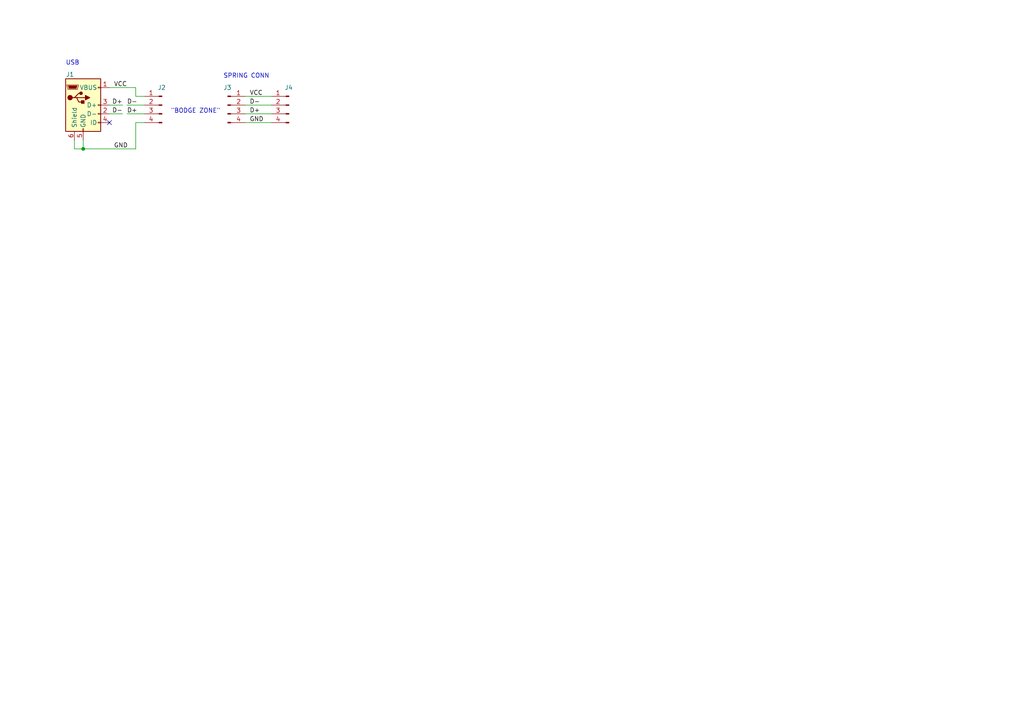
<source format=kicad_sch>
(kicad_sch (version 20230121) (generator eeschema)
  (paper "A4")
  (lib_symbols
    (symbol "Connector:Conn_01x04_Pin" (pin_names (offset 1.016) hide)
      (property "Reference" "J" (at 0 5.08 0))
      (property "Value" "Conn_01x04_Pin" (at 0 -7.62 0))
      (symbol "Conn_01x04_Pin_1_1"
        (polyline (pts (xy 1.27 -5.08) (xy 0.8636 -5.08)) (stroke (width 0.1524)))
        (polyline (pts (xy 1.27 -2.54) (xy 0.8636 -2.54)) (stroke (width 0.1524)))
        (polyline (pts (xy 1.27 0) (xy 0.8636 0)) (stroke (width 0.1524)))
        (polyline (pts (xy 1.27 2.54) (xy 0.8636 2.54)) (stroke (width 0.1524)))
        (rectangle (start 0.8636 -4.953) (end 0 -5.207) (stroke (width 0.1524)) (fill (type outline)))
        (rectangle (start 0.8636 -2.413) (end 0 -2.667) (stroke (width 0.1524)) (fill (type outline)))
        (rectangle (start 0.8636 0.127) (end 0 -0.127) (stroke (width 0.1524)) (fill (type outline)))
        (rectangle (start 0.8636 2.667) (end 0 2.413) (stroke (width 0.1524)) (fill (type outline)))
        (pin passive line (at 5.08 2.54 180) (length 3.81) (name "Pin_1") (number "1"))
        (pin passive line (at 5.08 0 180) (length 3.81) (name "Pin_2") (number "2"))
        (pin passive line (at 5.08 -2.54 180) (length 3.81) (name "Pin_3") (number "3"))
        (pin passive line (at 5.08 -5.08 180) (length 3.81) (name "Pin_4") (number "4"))
      )
    )
    (symbol "Connector:USB_B_Mini" (pin_names (offset 1.016))
      (property "Reference" "J" (at -5.08 11.43 0))
      (property "Value" "USB_B_Mini" (at -5.08 8.89 0))
      (symbol "USB_B_Mini_0_1"
        (rectangle (start -5.08 -7.62) (end 5.08 7.62) (stroke (width 0.254)) (fill (type background)))
        (circle (center -3.81 2.159) (radius 0.635) (stroke (width 0.254)) (fill (type outline)))
        (circle (center -0.635 3.429) (radius 0.381) (stroke (width 0.254)) (fill (type outline)))
        (rectangle (start -0.127 -7.62) (end 0.127 -6.858))
        (polyline (pts (xy -1.905 2.159) (xy 0.635 2.159)) (stroke (width 0.254)))
        (polyline (pts (xy -3.175 2.159) (xy -2.54 2.159) (xy -1.27 3.429) (xy -0.635 3.429)) (stroke (width 0.254)))
        (polyline (pts (xy -2.54 2.159) (xy -1.905 2.159) (xy -1.27 0.889) (xy 0 0.889)) (stroke (width 0.254)))
        (polyline (pts (xy 0.635 2.794) (xy 0.635 1.524) (xy 1.905 2.159) (xy 0.635 2.794)) (stroke (width 0.254)) (fill (type outline)))
        (polyline (pts (xy -4.318 5.588) (xy -1.778 5.588) (xy -2.032 4.826) (xy -4.064 4.826) (xy -4.318 5.588)) (fill (type outline)))
        (polyline (pts (xy -4.699 5.842) (xy -4.699 5.588) (xy -4.445 4.826) (xy -4.445 4.572) (xy -1.651 4.572) (xy -1.651 4.826) (xy -1.397 5.588) (xy -1.397 5.842) (xy -4.699 5.842)))
        (rectangle (start 0.254 1.27) (end -0.508 0.508) (stroke (width 0.254)) (fill (type outline)))
        (rectangle (start 5.08 -5.207) (end 4.318 -4.953))
        (rectangle (start 5.08 -2.667) (end 4.318 -2.413))
        (rectangle (start 5.08 -0.127) (end 4.318 0.127))
        (rectangle (start 5.08 4.953) (end 4.318 5.207))
      )
      (symbol "USB_B_Mini_1_1"
        (pin power_out line (at 7.62 5.08 180) (length 2.54) (name "VBUS") (number "1"))
        (pin bidirectional line (at 7.62 -2.54 180) (length 2.54) (name "D-") (number "2"))
        (pin bidirectional line (at 7.62 0 180) (length 2.54) (name "D+") (number "3"))
        (pin passive line (at 7.62 -5.08 180) (length 2.54) (name "ID") (number "4"))
        (pin power_out line (at 0 -10.16 90) (length 2.54) (name "GND") (number "5"))
        (pin passive line (at -2.54 -10.16 90) (length 2.54) (name "Shield") (number "6"))
      )
    )
  )
  (junction (at 24.13 43.18))
  (no_connect (at 31.75 35.56))
  (wire (pts (xy 71.12 30.48) (xy 78.74 30.48)))
  (wire (pts (xy 71.12 35.56) (xy 78.74 35.56)))
  (wire (pts (xy 36.83 33.02) (xy 41.91 33.02)))
  (wire (pts (xy 39.37 27.94) (xy 39.37 25.4)))
  (wire (pts (xy 21.59 43.18) (xy 24.13 43.18)))
  (wire (pts (xy 31.75 33.02) (xy 35.56 33.02)))
  (wire (pts (xy 39.37 25.4) (xy 31.75 25.4)))
  (wire (pts (xy 21.59 40.64) (xy 21.59 43.18)))
  (wire (pts (xy 31.75 30.48) (xy 35.56 30.48)))
  (wire (pts (xy 39.37 43.18) (xy 39.37 35.56)))
  (wire (pts (xy 24.13 40.64) (xy 24.13 43.18)))
  (wire (pts (xy 39.37 35.56) (xy 41.91 35.56)))
  (wire (pts (xy 36.83 30.48) (xy 41.91 30.48)))
  (wire (pts (xy 71.12 33.02) (xy 78.74 33.02)))
  (wire (pts (xy 71.12 27.94) (xy 78.74 27.94)))
  (wire (pts (xy 24.13 43.18) (xy 39.37 43.18)))
  (wire (pts (xy 39.37 27.94) (xy 41.91 27.94)))
  (text "USB" (at 19.05 19.05 0) (effects (font (size 1.27 1.27)) (justify left bottom)))
  (text "\"BODGE ZONE\"" (at 49.53 33.02 0) (effects (font (size 1.27 1.27)) (justify left bottom)))
  (text "SPRING CONN" (at 64.77 22.86 0) (effects (font (size 1.27 1.27)) (justify left bottom)))
  (label "D+" (at 35.56 30.48 180))
  (label "D+" (at 72.39 33.02 0))
  (label "VCC" (at 33.02 25.4 0))
  (label "D+" (at 36.83 33.02 0))
  (label "D-" (at 35.56 33.02 180))
  (label "D-" (at 36.83 30.48 0))
  (label "D-" (at 72.39 30.48 0))
  (label "VCC" (at 72.39 27.94 0))
  (label "GND" (at 72.39 35.56 0))
  (label "GND" (at 33.02 43.18 0))
  (symbol (lib_id "Connector:Conn_01x04_Pin") (at 66.04 30.48 0) (unit 1)
    (property "Reference" "J3" (at 64.77 25.4 0) (effects (justify left)))
    (property "Value" "Conn_01x04_Pin" (effects hide))
    (property "Footprint" "debug-pads:4-smd-pads" (effects hide))
  )
  (symbol (lib_id "Connector:USB_B_Mini") (at 24.13 30.48 0) (unit 1)
    (property "Reference" "J1" (at 20.32 21.59 0))
    (property "Value" "USB_B_Mini" (effects hide))
    (property "Footprint" "Connector_USB:USB_Micro-B_Amphenol_10118193-0001LF_Horizontal" (effects hide))
  )
  (symbol (lib_id "Connector:Conn_01x04_Pin") (at 46.99 30.48 0) (mirror y) (unit 1)
    (property "Reference" "J2" (at 45.72 25.4 0) (effects (justify right)))
    (property "Value" "Conn_01x04_Pin" (effects hide))
    (property "Footprint" "debug-pads:4-smd-pads" (effects hide))
  )
  (symbol (lib_id "Connector:Conn_01x04_Pin") (at 83.82 30.48 0) (mirror y) (unit 1)
    (property "Reference" "J4" (at 82.55 25.4 0) (effects (justify right)))
    (property "Value" "Conn_01x04_Pin" (effects hide))
    (property "Footprint" "spring-conn:854-22-004-10-001101" (effects hide))
  )
)
</source>
